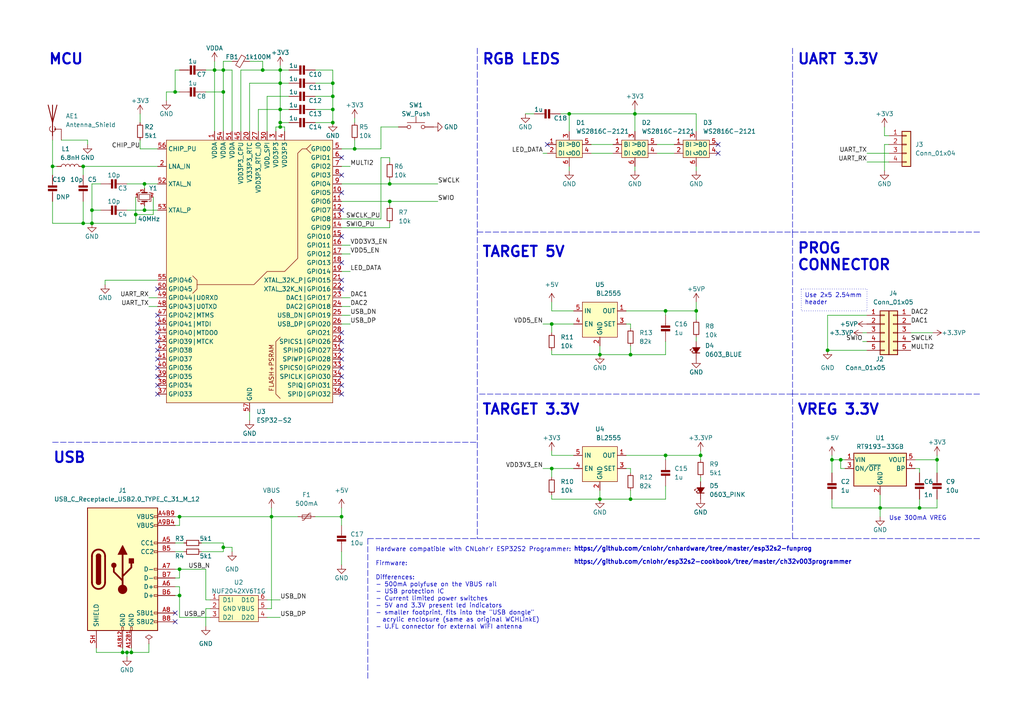
<source format=kicad_sch>
(kicad_sch (version 20230121) (generator eeschema)
  (paper "A4")
  (title_block (title "ESP32-S2 Minichprog") (date "2023-06-26") (rev "B") (company "Piotr Zapart www.hexefx.com") (comment 1 "Programmer for CH32V003 series MCU"))
  (junction (at 52.07 165.1))
  (junction (at 78.74 149.86))
  (junction (at 39.37 62.23))
  (junction (at 165.1 33.02))
  (junction (at 41.91 60.96))
  (junction (at 240.03 101.6))
  (junction (at 81.28 35.56))
  (junction (at 26.67 64.77))
  (junction (at 35.56 189.23))
  (junction (at 64.77 20.32))
  (junction (at 99.06 149.86))
  (junction (at 64.77 26.67))
  (junction (at 52.07 172.72))
  (junction (at 271.78 133.35))
  (junction (at 15.24 48.26))
  (junction (at 193.04 90.17))
  (junction (at 160.02 93.98))
  (junction (at 24.13 48.26))
  (junction (at 81.28 20.32))
  (junction (at 241.3 133.35))
  (junction (at 182.88 102.87))
  (junction (at 182.88 144.78))
  (junction (at 81.28 24.13))
  (junction (at 50.8 26.67))
  (junction (at 38.1 189.23))
  (junction (at 96.52 27.94))
  (junction (at 76.2 20.32))
  (junction (at 184.15 33.02))
  (junction (at 52.07 149.86))
  (junction (at 113.03 53.34))
  (junction (at 243.84 133.35))
  (junction (at 24.13 64.77))
  (junction (at 41.91 53.34))
  (junction (at 160.02 135.89))
  (junction (at 113.03 58.42))
  (junction (at 81.28 36.83))
  (junction (at 102.87 43.18))
  (junction (at 96.52 35.56))
  (junction (at 173.99 102.87))
  (junction (at 201.93 90.17))
  (junction (at 26.67 60.96))
  (junction (at 96.52 31.75))
  (junction (at 81.28 31.75))
  (junction (at 173.99 144.78))
  (junction (at 255.27 147.32))
  (junction (at 193.04 132.08))
  (junction (at 62.23 20.32))
  (junction (at 36.83 189.23))
  (junction (at 64.77 158.75))
  (junction (at 96.52 24.13))
  (junction (at 203.2 132.08))
  (junction (at 266.7 147.32))
  (no_connect (at 99.06 76.2))
  (no_connect (at 99.06 111.76))
  (no_connect (at 45.72 114.3))
  (no_connect (at 208.28 41.91))
  (no_connect (at 99.06 104.14))
  (no_connect (at 45.72 91.44))
  (no_connect (at 50.8 180.34))
  (no_connect (at 158.75 41.91))
  (no_connect (at 45.72 101.6))
  (no_connect (at 99.06 81.28))
  (no_connect (at 45.72 99.06))
  (no_connect (at 208.28 44.45))
  (no_connect (at 99.06 50.8))
  (no_connect (at 99.06 96.52))
  (no_connect (at 45.72 104.14))
  (no_connect (at 45.72 83.82))
  (no_connect (at 45.72 106.68))
  (no_connect (at 99.06 68.58))
  (no_connect (at 99.06 55.88))
  (no_connect (at 99.06 99.06))
  (no_connect (at 45.72 111.76))
  (no_connect (at 99.06 106.68))
  (no_connect (at 99.06 60.96))
  (no_connect (at 99.06 114.3))
  (no_connect (at 99.06 101.6))
  (no_connect (at 45.72 109.22))
  (no_connect (at 45.72 93.98))
  (no_connect (at 50.8 177.8))
  (no_connect (at 99.06 109.22))
  (no_connect (at 99.06 83.82))
  (no_connect (at 99.06 45.72))
  (no_connect (at 45.72 96.52))
  (wire (pts (xy 44.45 62.23) (xy 39.37 62.23)))
  (wire (pts (xy 203.2 138.43) (xy 203.2 139.7)))
  (wire (pts (xy 83.82 31.75) (xy 81.28 31.75)))
  (wire (pts (xy 203.2 132.08) (xy 203.2 130.81)))
  (wire (pts (xy 171.45 44.45) (xy 177.8 44.45)))
  (wire (pts (xy 81.28 31.75) (xy 81.28 35.56)))
  (wire (pts (xy 76.2 17.78) (xy 76.2 20.32)))
  (wire (pts (xy 38.1 189.23) (xy 38.1 187.96)))
  (wire (pts (xy 152.4 33.02) (xy 154.94 33.02)))
  (polyline (pts (xy 229.87 67.31) (xy 284.48 67.31)) (stroke (width 0) (type dash)))
  (wire (pts (xy 81.28 20.32) (xy 81.28 24.13)))
  (wire (pts (xy 69.85 38.1) (xy 69.85 20.32)))
  (wire (pts (xy 203.2 132.08) (xy 203.2 133.35)))
  (wire (pts (xy 241.3 133.35) (xy 241.3 137.16)))
  (wire (pts (xy 52.07 152.4) (xy 52.07 149.86)))
  (wire (pts (xy 91.44 27.94) (xy 96.52 27.94)))
  (wire (pts (xy 245.11 135.89) (xy 243.84 135.89)))
  (wire (pts (xy 52.07 167.64) (xy 52.07 165.1)))
  (wire (pts (xy 62.23 17.78) (xy 62.23 20.32)))
  (wire (pts (xy 157.48 44.45) (xy 158.75 44.45)))
  (wire (pts (xy 16.51 48.26) (xy 15.24 48.26)))
  (wire (pts (xy 80.01 38.1) (xy 80.01 36.83)))
  (wire (pts (xy 52.07 149.86) (xy 50.8 149.86)))
  (wire (pts (xy 99.06 63.5) (xy 110.49 63.5)))
  (wire (pts (xy 157.48 93.98) (xy 160.02 93.98)))
  (wire (pts (xy 24.13 58.42) (xy 24.13 64.77)))
  (wire (pts (xy 270.51 96.52) (xy 264.16 96.52)))
  (wire (pts (xy 77.47 38.1) (xy 77.47 27.94)))
  (wire (pts (xy 160.02 87.63) (xy 160.02 90.17)))
  (wire (pts (xy 91.44 35.56) (xy 96.52 35.56)))
  (wire (pts (xy 50.8 160.02) (xy 53.34 160.02)))
  (wire (pts (xy 50.8 26.67) (xy 52.07 26.67)))
  (wire (pts (xy 166.37 90.17) (xy 160.02 90.17)))
  (wire (pts (xy 113.03 45.72) (xy 113.03 46.99)))
  (wire (pts (xy 110.49 45.72) (xy 113.03 45.72)))
  (wire (pts (xy 102.87 43.18) (xy 102.87 40.64)))
  (wire (pts (xy 43.18 88.9) (xy 45.72 88.9)))
  (wire (pts (xy 173.99 102.87) (xy 182.88 102.87)))
  (wire (pts (xy 251.46 46.99) (xy 257.81 46.99)))
  (wire (pts (xy 36.83 189.23) (xy 35.56 189.23)))
  (wire (pts (xy 243.84 133.35) (xy 245.11 133.35)))
  (wire (pts (xy 50.8 167.64) (xy 52.07 167.64)))
  (wire (pts (xy 165.1 33.02) (xy 184.15 33.02)))
  (wire (pts (xy 182.88 93.98) (xy 182.88 95.25)))
  (wire (pts (xy 240.03 101.6) (xy 251.46 101.6)))
  (wire (pts (xy 99.06 88.9) (xy 101.6 88.9)))
  (wire (pts (xy 165.1 38.1) (xy 165.1 33.02)))
  (wire (pts (xy 240.03 91.44) (xy 251.46 91.44)))
  (wire (pts (xy 182.88 102.87) (xy 182.88 100.33)))
  (wire (pts (xy 81.28 20.32) (xy 83.82 20.32)))
  (wire (pts (xy 82.55 36.83) (xy 82.55 38.1)))
  (wire (pts (xy 40.64 33.02) (xy 40.64 35.56)))
  (wire (pts (xy 193.04 132.08) (xy 193.04 133.35)))
  (wire (pts (xy 165.1 48.26) (xy 165.1 49.53)))
  (wire (pts (xy 110.49 36.83) (xy 115.57 36.83)))
  (wire (pts (xy 91.44 20.32) (xy 96.52 20.32)))
  (polyline (pts (xy 138.43 156.21) (xy 229.87 156.21)) (stroke (width 0) (type dash)))
  (wire (pts (xy 271.78 132.08) (xy 271.78 133.35)))
  (wire (pts (xy 39.37 62.23) (xy 39.37 57.15)))
  (wire (pts (xy 45.72 53.34) (xy 41.91 53.34)))
  (wire (pts (xy 81.28 35.56) (xy 81.28 36.83)))
  (wire (pts (xy 99.06 43.18) (xy 102.87 43.18)))
  (wire (pts (xy 96.52 31.75) (xy 91.44 31.75)))
  (wire (pts (xy 266.7 144.78) (xy 266.7 147.32)))
  (wire (pts (xy 45.72 60.96) (xy 41.91 60.96)))
  (wire (pts (xy 113.03 66.04) (xy 113.03 64.77)))
  (wire (pts (xy 241.3 144.78) (xy 241.3 147.32)))
  (wire (pts (xy 193.04 144.78) (xy 193.04 140.97)))
  (wire (pts (xy 250.19 99.06) (xy 251.46 99.06)))
  (polyline (pts (xy 229.87 114.3) (xy 138.43 114.3)) (stroke (width 0) (type dash)))
  (wire (pts (xy 96.52 24.13) (xy 96.52 27.94)))
  (wire (pts (xy 99.06 147.32) (xy 99.06 149.86)))
  (wire (pts (xy 166.37 135.89) (xy 160.02 135.89)))
  (wire (pts (xy 64.77 20.32) (xy 64.77 26.67)))
  (wire (pts (xy 182.88 144.78) (xy 182.88 142.24)))
  (wire (pts (xy 60.96 173.99) (xy 59.69 173.99)))
  (wire (pts (xy 193.04 90.17) (xy 193.04 91.44)))
  (wire (pts (xy 99.06 58.42) (xy 113.03 58.42)))
  (polyline (pts (xy 138.43 67.31) (xy 229.87 67.31)) (stroke (width 0) (type dash)))
  (wire (pts (xy 173.99 144.78) (xy 160.02 144.78)))
  (wire (pts (xy 27.94 187.96) (xy 27.94 189.23)))
  (wire (pts (xy 62.23 20.32) (xy 62.23 38.1)))
  (wire (pts (xy 113.03 58.42) (xy 127 58.42)))
  (wire (pts (xy 41.91 53.34) (xy 41.91 54.61)))
  (wire (pts (xy 26.67 64.77) (xy 24.13 64.77)))
  (wire (pts (xy 35.56 189.23) (xy 35.56 187.96)))
  (wire (pts (xy 50.8 26.67) (xy 50.8 20.32)))
  (wire (pts (xy 15.24 48.26) (xy 15.24 50.8)))
  (wire (pts (xy 52.07 165.1) (xy 50.8 165.1)))
  (wire (pts (xy 64.77 20.32) (xy 62.23 20.32)))
  (wire (pts (xy 69.85 20.32) (xy 76.2 20.32)))
  (wire (pts (xy 241.3 147.32) (xy 255.27 147.32)))
  (wire (pts (xy 255.27 147.32) (xy 255.27 149.86)))
  (wire (pts (xy 201.93 90.17) (xy 201.93 92.71)))
  (wire (pts (xy 201.93 90.17) (xy 201.93 87.63)))
  (wire (pts (xy 81.28 19.05) (xy 81.28 20.32)))
  (wire (pts (xy 74.93 31.75) (xy 74.93 38.1)))
  (wire (pts (xy 166.37 93.98) (xy 160.02 93.98)))
  (polyline (pts (xy 138.43 13.97) (xy 138.43 128.27)) (stroke (width 0) (type dash)))
  (wire (pts (xy 59.69 20.32) (xy 62.23 20.32)))
  (wire (pts (xy 240.03 101.6) (xy 240.03 91.44)))
  (wire (pts (xy 64.77 17.78) (xy 67.31 17.78)))
  (wire (pts (xy 64.77 157.48) (xy 58.42 157.48)))
  (wire (pts (xy 25.4 41.91) (xy 25.4 40.64)))
  (wire (pts (xy 77.47 173.99) (xy 81.28 173.99)))
  (wire (pts (xy 255.27 147.32) (xy 266.7 147.32)))
  (wire (pts (xy 52.07 179.07) (xy 60.96 179.07)))
  (polyline (pts (xy 138.43 128.27) (xy 138.43 156.21)) (stroke (width 0) (type dash)))
  (wire (pts (xy 38.1 189.23) (xy 43.18 189.23)))
  (wire (pts (xy 99.06 53.34) (xy 113.03 53.34)))
  (wire (pts (xy 99.06 86.36) (xy 101.6 86.36)))
  (wire (pts (xy 265.43 133.35) (xy 271.78 133.35)))
  (wire (pts (xy 190.5 41.91) (xy 195.58 41.91)))
  (wire (pts (xy 81.28 31.75) (xy 74.93 31.75)))
  (wire (pts (xy 50.8 152.4) (xy 52.07 152.4)))
  (polyline (pts (xy 229.87 114.3) (xy 284.48 114.3)) (stroke (width 0) (type dash)))
  (wire (pts (xy 24.13 48.26) (xy 24.13 50.8)))
  (wire (pts (xy 250.19 96.52) (xy 251.46 96.52)))
  (wire (pts (xy 265.43 135.89) (xy 266.7 135.89)))
  (wire (pts (xy 67.31 20.32) (xy 67.31 38.1)))
  (wire (pts (xy 182.88 144.78) (xy 193.04 144.78)))
  (wire (pts (xy 48.26 26.67) (xy 50.8 26.67)))
  (wire (pts (xy 160.02 135.89) (xy 160.02 138.43)))
  (wire (pts (xy 255.27 147.32) (xy 255.27 143.51)))
  (wire (pts (xy 91.44 24.13) (xy 96.52 24.13)))
  (wire (pts (xy 157.48 135.89) (xy 160.02 135.89)))
  (wire (pts (xy 78.74 149.86) (xy 86.36 149.86)))
  (polyline (pts (xy 106.68 156.21) (xy 106.68 196.85)) (stroke (width 0) (type dash)))
  (wire (pts (xy 24.13 64.77) (xy 15.24 64.77)))
  (wire (pts (xy 64.77 158.75) (xy 64.77 160.02)))
  (wire (pts (xy 81.28 36.83) (xy 82.55 36.83)))
  (polyline (pts (xy 229.87 156.21) (xy 229.87 114.3)) (stroke (width 0) (type dash)))
  (wire (pts (xy 48.26 29.21) (xy 48.26 26.67)))
  (wire (pts (xy 193.04 90.17) (xy 201.93 90.17)))
  (wire (pts (xy 80.01 36.83) (xy 81.28 36.83)))
  (wire (pts (xy 182.88 102.87) (xy 193.04 102.87)))
  (wire (pts (xy 50.8 157.48) (xy 53.34 157.48)))
  (wire (pts (xy 78.74 149.86) (xy 78.74 176.53)))
  (wire (pts (xy 36.83 60.96) (xy 41.91 60.96)))
  (wire (pts (xy 110.49 45.72) (xy 110.49 63.5)))
  (wire (pts (xy 59.69 173.99) (xy 59.69 165.1)))
  (wire (pts (xy 67.31 158.75) (xy 64.77 158.75)))
  (wire (pts (xy 36.83 189.23) (xy 36.83 190.5)))
  (wire (pts (xy 96.52 35.56) (xy 96.52 31.75)))
  (wire (pts (xy 41.91 60.96) (xy 41.91 59.69)))
  (wire (pts (xy 201.93 33.02) (xy 201.93 38.1)))
  (wire (pts (xy 81.28 24.13) (xy 83.82 24.13)))
  (wire (pts (xy 99.06 73.66) (xy 101.6 73.66)))
  (wire (pts (xy 35.56 189.23) (xy 27.94 189.23)))
  (polyline (pts (xy 229.87 13.97) (xy 229.87 67.31)) (stroke (width 0) (type dash)))
  (wire (pts (xy 113.03 52.07) (xy 113.03 53.34)))
  (polyline (pts (xy 15.24 128.27) (xy 138.43 128.27)) (stroke (width 0) (type dash)))
  (wire (pts (xy 193.04 132.08) (xy 203.2 132.08)))
  (wire (pts (xy 67.31 160.02) (xy 67.31 158.75)))
  (wire (pts (xy 45.72 81.28) (xy 30.48 81.28)))
  (wire (pts (xy 160.02 144.78) (xy 160.02 143.51)))
  (wire (pts (xy 99.06 149.86) (xy 99.06 152.4)))
  (wire (pts (xy 171.45 41.91) (xy 177.8 41.91)))
  (wire (pts (xy 160.02 132.08) (xy 166.37 132.08)))
  (wire (pts (xy 201.93 97.79) (xy 201.93 99.06)))
  (wire (pts (xy 99.06 160.02) (xy 99.06 163.83)))
  (wire (pts (xy 173.99 102.87) (xy 160.02 102.87)))
  (wire (pts (xy 29.21 60.96) (xy 26.67 60.96)))
  (wire (pts (xy 26.67 53.34) (xy 29.21 53.34)))
  (wire (pts (xy 113.03 53.34) (xy 127 53.34)))
  (wire (pts (xy 99.06 48.26) (xy 101.6 48.26)))
  (wire (pts (xy 271.78 133.35) (xy 271.78 137.16)))
  (wire (pts (xy 52.07 165.1) (xy 59.69 165.1)))
  (wire (pts (xy 67.31 20.32) (xy 64.77 20.32)))
  (wire (pts (xy 110.49 43.18) (xy 110.49 36.83)))
  (wire (pts (xy 24.13 48.26) (xy 45.72 48.26)))
  (wire (pts (xy 26.67 60.96) (xy 26.67 53.34)))
  (wire (pts (xy 243.84 135.89) (xy 243.84 133.35)))
  (wire (pts (xy 44.45 57.15) (xy 44.45 62.23)))
  (wire (pts (xy 160.02 93.98) (xy 160.02 96.52)))
  (wire (pts (xy 72.39 119.38) (xy 72.39 121.92)))
  (wire (pts (xy 25.4 40.64) (xy 17.78 40.64)))
  (wire (pts (xy 201.93 48.26) (xy 201.93 49.53)))
  (wire (pts (xy 72.39 24.13) (xy 81.28 24.13)))
  (wire (pts (xy 184.15 33.02) (xy 184.15 38.1)))
  (wire (pts (xy 99.06 78.74) (xy 101.6 78.74)))
  (wire (pts (xy 26.67 64.77) (xy 26.67 60.96)))
  (wire (pts (xy 266.7 135.89) (xy 266.7 137.16)))
  (wire (pts (xy 77.47 27.94) (xy 83.82 27.94)))
  (wire (pts (xy 77.47 179.07) (xy 81.28 179.07)))
  (wire (pts (xy 72.39 17.78) (xy 76.2 17.78)))
  (wire (pts (xy 58.42 160.02) (xy 64.77 160.02)))
  (wire (pts (xy 64.77 20.32) (xy 64.77 17.78)))
  (wire (pts (xy 36.83 53.34) (xy 41.91 53.34)))
  (wire (pts (xy 45.72 43.18) (xy 40.64 43.18)))
  (wire (pts (xy 36.83 189.23) (xy 38.1 189.23)))
  (polyline (pts (xy 229.87 67.31) (xy 229.87 114.3)) (stroke (width 0) (type dash)))
  (wire (pts (xy 184.15 33.02) (xy 201.93 33.02)))
  (wire (pts (xy 184.15 31.75) (xy 184.15 33.02)))
  (wire (pts (xy 59.69 26.67) (xy 64.77 26.67)))
  (wire (pts (xy 81.28 24.13) (xy 81.28 31.75)))
  (wire (pts (xy 50.8 20.32) (xy 52.07 20.32)))
  (wire (pts (xy 15.24 48.26) (xy 15.24 40.64)))
  (wire (pts (xy 184.15 48.26) (xy 184.15 49.53)))
  (wire (pts (xy 162.56 33.02) (xy 165.1 33.02)))
  (wire (pts (xy 64.77 157.48) (xy 64.77 158.75)))
  (wire (pts (xy 52.07 172.72) (xy 52.07 170.18)))
  (wire (pts (xy 43.18 86.36) (xy 45.72 86.36)))
  (wire (pts (xy 15.24 64.77) (xy 15.24 58.42)))
  (wire (pts (xy 78.74 176.53) (xy 77.47 176.53)))
  (wire (pts (xy 91.44 149.86) (xy 99.06 149.86)))
  (wire (pts (xy 43.18 189.23) (xy 43.18 186.69)))
  (wire (pts (xy 59.69 181.61) (xy 59.69 176.53)))
  (wire (pts (xy 76.2 20.32) (xy 81.28 20.32)))
  (wire (pts (xy 102.87 43.18) (xy 110.49 43.18)))
  (wire (pts (xy 243.84 133.35) (xy 241.3 133.35)))
  (wire (pts (xy 52.07 179.07) (xy 52.07 172.72)))
  (wire (pts (xy 52.07 149.86) (xy 78.74 149.86)))
  (wire (pts (xy 39.37 62.23) (xy 39.37 64.77)))
  (wire (pts (xy 241.3 132.08) (xy 241.3 133.35)))
  (wire (pts (xy 256.54 41.91) (xy 257.81 41.91)))
  (wire (pts (xy 96.52 27.94) (xy 96.52 31.75)))
  (wire (pts (xy 50.8 172.72) (xy 52.07 172.72)))
  (wire (pts (xy 181.61 93.98) (xy 182.88 93.98)))
  (wire (pts (xy 181.61 90.17) (xy 193.04 90.17)))
  (wire (pts (xy 181.61 135.89) (xy 182.88 135.89)))
  (wire (pts (xy 160.02 130.81) (xy 160.02 132.08)))
  (wire (pts (xy 160.02 102.87) (xy 160.02 101.6)))
  (wire (pts (xy 83.82 35.56) (xy 81.28 35.56)))
  (wire (pts (xy 30.48 81.28) (xy 30.48 82.55)))
  (wire (pts (xy 251.46 44.45) (xy 257.81 44.45)))
  (wire (pts (xy 102.87 34.29) (xy 102.87 35.56)))
  (polyline (pts (xy 229.87 156.21) (xy 284.48 156.21)) (stroke (width 0) (type dash)))
  (wire (pts (xy 64.77 26.67) (xy 64.77 38.1)))
  (wire (pts (xy 96.52 20.32) (xy 96.52 24.13)))
  (wire (pts (xy 40.64 43.18) (xy 40.64 40.64)))
  (wire (pts (xy 99.06 93.98) (xy 101.6 93.98)))
  (wire (pts (xy 173.99 142.24) (xy 173.99 144.78)))
  (wire (pts (xy 190.5 44.45) (xy 195.58 44.45)))
  (wire (pts (xy 59.69 176.53) (xy 60.96 176.53)))
  (wire (pts (xy 257.81 39.37) (xy 256.54 39.37)))
  (wire (pts (xy 182.88 135.89) (xy 182.88 137.16)))
  (wire (pts (xy 173.99 100.33) (xy 173.99 102.87)))
  (wire (pts (xy 193.04 102.87) (xy 193.04 99.06)))
  (wire (pts (xy 72.39 38.1) (xy 72.39 24.13)))
  (wire (pts (xy 256.54 36.83) (xy 256.54 39.37)))
  (wire (pts (xy 256.54 49.53) (xy 256.54 41.91)))
  (wire (pts (xy 173.99 144.78) (xy 182.88 144.78)))
  (wire (pts (xy 181.61 132.08) (xy 193.04 132.08)))
  (wire (pts (xy 99.06 66.04) (xy 113.03 66.04)))
  (wire (pts (xy 99.06 91.44) (xy 101.6 91.44)))
  (wire (pts (xy 52.07 170.18) (xy 50.8 170.18)))
  (polyline (pts (xy 106.68 156.21) (xy 138.43 156.21)) (stroke (width 0) (type dash)))
  (wire (pts (xy 78.74 147.32) (xy 78.74 149.86)))
  (wire (pts (xy 99.06 71.12) (xy 101.6 71.12)))
  (wire (pts (xy 266.7 147.32) (xy 271.78 147.32)))
  (wire (pts (xy 39.37 64.77) (xy 26.67 64.77)))
  (wire (pts (xy 113.03 58.42) (xy 113.03 59.69)))
  (wire (pts (xy 271.78 147.32) (xy 271.78 144.78)))
  (text_box "Hardware compatible with CNLohr'r ESP32S2 Programmer:\n\nFirmware:\n\nDifferences:\n- 500mA polyfuse on the VBUS rail\n- USB protection IC\n- Current limited power switches\n- 5V and 3.3V present led indicators\n- smaller footprint, fits into the \"USB dongle\" \n  acrylic enclosure (same as original WCHLinkE)\n- U.FL connector for external WiFI antenna\n" (at 107.95 157.48 0) (size 67.31 39.37) (stroke (width -0.0001)) (effects (font (size 1.27 1.27)) (justify left top)))
  (text_box "Use 2x5 2.54mm header" (at 232.41 83.82 0) (size 19.05 6.35) (stroke (width 0) (type dot)) (effects (font (size 1.27 1.27)) (justify left top)))
  (text "PROG\nCONNECTOR" (at 231.14 78.74 0) (effects (font (size 3 3) (thickness 0.6) bold) (justify left bottom)))
  (text "TARGET 3.3V" (at 139.7 120.65 0) (effects (font (size 3 3) (thickness 0.6) bold) (justify left bottom)))
  (text "https://github.com/cnlohr/cnhardware/tree/master/esp32s2-funprog" (at 166.37 160.02 0) (effects (font (size 1.27 1.27) (thickness 0.254) bold) (justify left bottom)))
  (text "Use 300mA VREG" (at 257.81 151.13 0) (effects (font (size 1.27 1.27)) (justify left bottom)))
  (text "RGB LEDS" (at 139.7 19.05 0) (effects (font (size 3 3) (thickness 0.6) bold) (justify left bottom)))
  (text "TARGET 5V" (at 139.7 74.93 0) (effects (font (size 3 3) (thickness 0.6) bold) (justify left bottom)))
  (text "USB" (at 15.24 134.62 0) (effects (font (size 3 3) (thickness 0.6) bold) (justify left bottom)))
  (text "MCU" (at 13.97 19.05 0) (effects (font (size 3 3) (thickness 0.6) bold) (justify left bottom)))
  (text "https://github.com/cnlohr/esp32s2-cookbook/tree/master/ch32v003programmer" (at 166.37 163.83 0) (effects (font (size 1.27 1.27) (thickness 0.254) bold) (justify left bottom)))
  (text "VREG 3.3V" (at 231.14 120.65 0) (effects (font (size 3 3) (thickness 0.6) bold) (justify left bottom)))
  (text "UART 3.3V" (at 231.14 19.05 0) (effects (font (size 3 3) (thickness 0.6) bold) (justify left bottom)))
  (label "SWCLK" (at 264.16 99.06 0))
  (label "LED_DATA" (at 157.48 44.45 180))
  (label "DAC2" (at 101.6 88.9 0))
  (label "USB_DN" (at 101.6 91.44 0))
  (label "USB_DP" (at 101.6 93.98 0))
  (label "USB_DN" (at 81.28 173.99 0))
  (label "DAC1" (at 101.6 86.36 0))
  (label "SWCLK_PU" (at 100.33 63.5 0))
  (label "USB_N" (at 54.61 165.1 0))
  (label "SWCLK" (at 127 53.34 0))
  (label "UART_RX" (at 43.18 86.36 180))
  (label "USB_DP" (at 81.28 179.07 0))
  (label "VDD5_EN" (at 157.48 93.98 180))
  (label "DAC1" (at 264.16 93.98 0))
  (label "UART_RX" (at 251.46 46.99 180))
  (label "SWIO" (at 127 58.42 0))
  (label "VDD3V3_EN" (at 101.6 71.12 0))
  (label "SWIO_PU" (at 100.33 66.04 0))
  (label "UART_TX" (at 251.46 44.45 180))
  (label "VDD3V3_EN" (at 157.48 135.89 180))
  (label "VDD5_EN" (at 101.6 73.66 0))
  (label "LED_DATA" (at 101.6 78.74 0))
  (label "UART_TX" (at 43.18 88.9 180))
  (label "SWIO" (at 250.19 99.06 180))
  (label "DAC2" (at 264.16 91.44 0))
  (label "CHIP_PU" (at 40.64 43.18 180))
  (label "MULTI2" (at 264.16 101.6 0))
  (label "MULTI2" (at 101.6 48.26 0))
  (label "USB_P" (at 53.34 179.07 0))
  (symbol (lib_id "Minichprog:Conn_01x05") (at 256.54 96.52 0) (unit 1)
    (property "Reference" "J2" (at 254 104.14 0) (effects (justify left)))
    (property "Value" "Conn_01x05" (at 245.11 106.68 0) (effects (justify left)))
    (property "Footprint" "H_pin_headers:PinHeader_1x05_P2.54mm_SMDpads" (effects hide))
  )
  (symbol (lib_id "power:+5V") (at 241.3 132.08 0) (unit 1)
    (property "Reference" "#PWR01" (effects hide))
    (property "Value" "+5V" (at 241.3 127 0))
  )
  (symbol (lib_id "Minichprog:R_Small") (at 40.64 38.1 180) (unit 1)
    (property "Reference" "R2" (at 41.91 36.83 0) (effects (justify right)))
    (property "Value" "5k1" (at 41.91 39.37 0) (effects (justify right)))
    (property "Footprint" "H_smd_passives:Hx_R_0603_1608Metric" (effects hide))
  )
  (symbol (lib_id "Minichprog:L") (at 20.32 48.26 90) (unit 1)
    (property "Reference" "L1" (at 19.05 43.18 90))
    (property "Value" "6.8nH" (at 20.32 45.72 90))
    (property "Footprint" "Inductor_SMD:L_0402_1005Metric" (effects hide))
    (property "LCSC" "C77110" (effects hide))
  )
  (symbol (lib_id "Minichprog:R_Small") (at 203.2 135.89 0) (unit 1)
    (property "Reference" "R9" (at 205.74 134.62 0) (effects (justify left)))
    (property "Value" "5k1" (at 205.74 137.16 0) (effects (justify left)))
    (property "Footprint" "H_smd_passives:Hx_R_0603_1608Metric" (effects hide))
  )
  (symbol (lib_id "Minichprog:R_Small") (at 113.03 49.53 180) (unit 1)
    (property "Reference" "R6" (at 114.3 48.26 0) (effects (justify right)))
    (property "Value" "10k" (at 114.3 50.8 0) (effects (justify right)))
    (property "Footprint" "H_smd_passives:Hx_R_0603_1608Metric" (effects hide))
  )
  (symbol (lib_id "Minichprog:R_Small") (at 160.02 99.06 0) (unit 1)
    (property "Reference" "R11" (at 162.56 97.79 0) (effects (justify left)))
    (property "Value" "10k" (at 162.56 100.33 0) (effects (justify left)))
    (property "Footprint" "H_smd_passives:Hx_R_0603_1608Metric" (effects hide))
  )
  (symbol (lib_id "power:GND") (at 256.54 49.53 0) (unit 1)
    (property "Reference" "#PWR032" (effects hide))
    (property "Value" "GND" (at 256.54 53.34 0))
  )
  (symbol (lib_id "Minichprog:CAP_NP") (at 15.24 54.61 0) (unit 1)
    (property "Reference" "C19" (at 19.05 52.07 0) (effects (justify right)))
    (property "Value" "DNP" (at 20.32 57.15 0) (effects (justify right)))
    (property "Footprint" "H_smd_passives:Hx_C_0402_1005Metric" (effects hide))
  )
  (symbol (lib_name "BL2555_1") (lib_id "Minichprog:BL2555_1") (at 173.99 133.35 0) (unit 1)
    (property "Reference" "U4" (at 173.99 124.46 0))
    (property "Value" "BL2555" (at 176.53 127 0))
    (property "Footprint" "H_SOT:SOT-23-5" (effects hide))
    (property "Datasheet" "https://datasheet.lcsc.com/lcsc/2202131930_BL-Shanghai-Belling-BL2555_C2838883.pdf" (effects hide))
    (property "LCSC" "C2838883" (effects hide))
  )
  (symbol (lib_id "power:GND") (at 173.99 144.78 0) (unit 1)
    (property "Reference" "#PWR028" (effects hide))
    (property "Value" "GND" (at 173.99 148.59 0))
  )
  (symbol (lib_id "power:+3V3") (at 271.78 132.08 0) (unit 1)
    (property "Reference" "#PWR039" (effects hide))
    (property "Value" "+3V3" (at 271.78 128.27 0))
  )
  (symbol (lib_id "power:GND") (at 36.83 190.5 0) (unit 1)
    (property "Reference" "#PWR04" (effects hide))
    (property "Value" "GND" (at 36.83 194.31 0))
  )
  (symbol (lib_id "Minichprog:CAP_NP") (at 87.63 24.13 270) (unit 1)
    (property "Reference" "C11" (at 91.44 25.4 90))
    (property "Value" "1u" (at 85.09 22.86 90))
    (property "Footprint" "H_smd_passives:Hx_C_0402_1005Metric" (effects hide))
  )
  (symbol (lib_id "Minichprog:CAP_NP") (at 271.78 140.97 180) (unit 1)
    (property "Reference" "C9" (at 274.32 139.6999 0) (effects (justify right)))
    (property "Value" "10u" (at 274.32 142.2399 0) (effects (justify right)))
    (property "Footprint" "H_smd_passives:Hx_C_0805_2012Metric" (effects hide))
  )
  (symbol (lib_id "Minichprog:CAP_NP") (at 266.7 140.97 180) (unit 1)
    (property "Reference" "C6" (at 267.97 139.7 0) (effects (justify right)))
    (property "Value" "1n" (at 267.97 143.51 0) (effects (justify right)))
    (property "Footprint" "H_smd_passives:Hx_C_0805_2012Metric" (effects hide))
  )
  (symbol (lib_id "Minichprog:CAP_NP") (at 99.06 156.21 180) (unit 1)
    (property "Reference" "C17" (at 101.6 154.9399 0) (effects (justify right)))
    (property "Value" "10u" (at 101.6 157.4799 0) (effects (justify right)))
    (property "Footprint" "H_smd_passives:Hx_C_0805_2012Metric" (effects hide))
  )
  (symbol (lib_id "Minichprog:R_Small") (at 182.88 97.79 0) (unit 1)
    (property "Reference" "R13" (at 185.42 96.52 0) (effects (justify left)))
    (property "Value" "82k" (at 185.42 99.06 0) (effects (justify left)))
    (property "Footprint" "H_smd_passives:Hx_R_0603_1608Metric" (effects hide))
  )
  (symbol (lib_id "power:+5V") (at 99.06 147.32 0) (unit 1)
    (property "Reference" "#PWR037" (effects hide))
    (property "Value" "+5V" (at 99.06 142.24 0))
  )
  (symbol (lib_id "power:VBUS") (at 78.74 147.32 0) (unit 1)
    (property "Reference" "#PWR09" (effects hide))
    (property "Value" "VBUS" (at 78.74 142.24 0))
  )
  (symbol (lib_id "power:GND") (at 59.69 181.61 0) (unit 1)
    (property "Reference" "#PWR08" (effects hide))
    (property "Value" "GND" (at 59.69 186.69 0))
  )
  (symbol (lib_id "power:+3V3") (at 256.54 36.83 0) (unit 1)
    (property "Reference" "#PWR033" (effects hide))
    (property "Value" "+3V3" (at 256.54 33.02 0))
  )
  (symbol (lib_id "Minichprog:CAP_NP") (at 24.13 54.61 0) (unit 1)
    (property "Reference" "C5" (at 25.4 52.07 0) (effects (justify left)))
    (property "Value" "10p" (at 20.32 52.07 0) (effects (justify left)))
    (property "Footprint" "H_smd_passives:Hx_C_0402_1005Metric" (effects hide))
  )
  (symbol (lib_id "power:GND") (at 255.27 149.86 0) (unit 1)
    (property "Reference" "#PWR05" (effects hide))
    (property "Value" "GND" (at 255.27 153.67 0))
  )
  (symbol (lib_id "Minichprog:R_Small") (at 113.03 62.23 0) (unit 1)
    (property "Reference" "R7" (at 115.57 61.595 0) (effects (justify left)))
    (property "Value" "10k" (at 115.57 64.135 0) (effects (justify left)))
    (property "Footprint" "H_smd_passives:Hx_R_0603_1608Metric" (effects hide))
  )
  (symbol (lib_id "Minichprog:CAP_NP") (at 87.63 31.75 270) (unit 1)
    (property "Reference" "C13" (at 91.44 33.02 90))
    (property "Value" "1u" (at 85.09 30.48 90))
    (property "Footprint" "H_smd_passives:Hx_C_0402_1005Metric" (effects hide))
  )
  (symbol (lib_id "Minichprog:R_Small") (at 182.88 139.7 0) (unit 1)
    (property "Reference" "R12" (at 185.42 138.43 0) (effects (justify left)))
    (property "Value" "82k" (at 185.42 140.97 0) (effects (justify left)))
    (property "Footprint" "H_smd_passives:Hx_R_0603_1608Metric" (effects hide))
  )
  (symbol (lib_id "power:+3V3") (at 81.28 19.05 0) (unit 1)
    (property "Reference" "#PWR014" (effects hide))
    (property "Value" "+3V3" (at 81.28 15.24 0))
  )
  (symbol (lib_id "Minichprog:CAP_NP") (at 33.02 53.34 270) (unit 1)
    (property "Reference" "C3" (at 35.56 54.61 90))
    (property "Value" "10p" (at 33.02 50.8 90))
    (property "Footprint" "H_smd_passives:Hx_C_0402_1005Metric" (effects hide))
  )
  (symbol (lib_name "VDDA_1") (lib_id "power:VDDA") (at 62.23 17.78 0) (unit 1)
    (property "Reference" "#PWR012" (effects hide))
    (property "Value" "VDDA" (at 62.23 13.97 0))
  )
  (symbol (lib_id "Minichprog:WS2816C-2121") (at 184.15 44.45 0) (unit 1)
    (property "Reference" "D2" (at 186.1059 35.56 0) (effects (justify left)))
    (property "Value" "WS2816C-2121" (at 186.1059 38.1 0) (effects (justify left)))
    (property "Footprint" "H_LEDs:WS2816-2121" (effects hide))
    (property "LCSC" "C965561" (effects hide))
  )
  (symbol (lib_id "Minichprog:NUF2042XV6T1G") (at 68.58 176.53 0) (unit 1)
    (property "Reference" "U2" (at 69.215 168.91 0))
    (property "Value" "NUF2042XV6T1G" (at 69.215 171.45 0))
    (property "Footprint" "H_SOT:SOT-563" (effects hide))
    (property "Datasheet" "http://www.onsemi.com/pub/Collateral/NUF2030XV6-D.PDF" (effects hide))
  )
  (symbol (lib_id "power:GND") (at 30.48 82.55 0) (unit 1)
    (property "Reference" "#PWR03" (effects hide))
    (property "Value" "GND" (at 30.48 86.36 0))
  )
  (symbol (lib_id "power:GND") (at 201.93 104.14 0) (unit 1)
    (property "Reference" "#PWR026" (effects hide))
    (property "Value" "GND" (at 201.93 107.95 0))
  )
  (symbol (lib_id "power:+3.3VP") (at 270.51 96.52 270) (unit 1)
    (property "Reference" "#PWR025" (effects hide))
    (property "Value" "+3.3VP" (at 273.05 96.52 90) (effects (justify left)))
  )
  (symbol (lib_id "power:GND") (at 240.03 101.6 0) (unit 1)
    (property "Reference" "#PWR022" (effects hide))
    (property "Value" "GND" (at 240.03 106.68 0))
  )
  (symbol (lib_id "power:+5V") (at 160.02 87.63 0) (unit 1)
    (property "Reference" "#PWR034" (effects hide))
    (property "Value" "+5V" (at 160.02 82.55 0))
  )
  (symbol (lib_id "power:+3V3") (at 40.64 33.02 0) (unit 1)
    (property "Reference" "#PWR06" (effects hide))
    (property "Value" "+3V3" (at 40.64 29.21 0))
  )
  (symbol (lib_id "power:GND") (at 173.99 102.87 0) (unit 1)
    (property "Reference" "#PWR029" (effects hide))
    (property "Value" "GND" (at 173.99 106.68 0))
  )
  (symbol (lib_id "Minichprog:CAP_NP") (at 87.63 35.56 270) (unit 1)
    (property "Reference" "C14" (at 91.44 36.83 90))
    (property "Value" "1u" (at 85.09 34.29 90))
    (property "Footprint" "H_smd_passives:Hx_C_0402_1005Metric" (effects hide))
  )
  (symbol (lib_id "Minichprog:R_Small") (at 201.93 95.25 0) (unit 1)
    (property "Reference" "R8" (at 204.47 94.615 0) (effects (justify left)))
    (property "Value" "10k" (at 204.47 97.155 0) (effects (justify left)))
    (property "Footprint" "H_smd_passives:Hx_R_0603_1608Metric" (effects hide))
  )
  (symbol (lib_id "Minichprog:LED_Small_Filled") (at 201.93 101.6 90) (unit 1)
    (property "Reference" "D4" (at 204.47 100.2665 90) (effects (justify right)))
    (property "Value" "0603_BLUE" (at 204.47 102.8065 90) (effects (justify right)))
    (property "Footprint" "LED_SMD:LED_0603_1608Metric" (effects hide))
  )
  (symbol (lib_id "Minichprog:USB_C_Receptacle_USB2.0_TYPE_C_31_M_12") (at 35.56 165.1 0) (unit 1)
    (property "Reference" "J1" (at 35.56 142.24 0))
    (property "Value" "USB_C_Receptacle_USB2.0_TYPE_C_31_M_12" (at 36.83 144.78 0))
    (property "Footprint" "H_conn:USB_C_TYPE-C-31-M-12" (effects hide))
    (property "Datasheet" "https://datasheet.lcsc.com/lcsc/2108131730_Korean-Hroparts-Elec-TYPE-C-31-M-12_C165948.pdf" (effects hide))
    (property "LCSC" "C283540" (effects hide))
  )
  (symbol (lib_id "Minichprog:Antenna_Shield") (at 15.24 35.56 0) (unit 1)
    (property "Reference" "AE1" (at 19.05 33.655 0) (effects (justify left)))
    (property "Value" "Antenna_Shield" (at 19.05 36.195 0) (effects (justify left)))
    (property "Footprint" "Connector_Coaxial:U.FL_Hirose_U.FL-R-SMT-1_Vertical" (effects hide))
  )
  (symbol (lib_id "power:GND") (at 152.4 33.02 0) (unit 1)
    (property "Reference" "#PWR036" (effects hide))
    (property "Value" "GND" (at 152.4 36.83 0))
  )
  (symbol (lib_id "power:GND") (at 26.67 64.77 0) (unit 1)
    (property "Reference" "#PWR02" (effects hide))
    (property "Value" "GND" (at 26.67 68.58 0))
  )
  (symbol (lib_id "Minichprog:CAP_NP") (at 193.04 137.16 180) (unit 1)
    (property "Reference" "C15" (at 195.58 135.89 0) (effects (justify right)))
    (property "Value" "1u" (at 195.58 138.43 0) (effects (justify right)))
    (property "Footprint" "H_smd_passives:Hx_C_0402_1005Metric" (effects hide))
  )
  (symbol (lib_id "Minichprog:CAP_NP") (at 87.63 27.94 270) (unit 1)
    (property "Reference" "C12" (at 91.44 29.21 90))
    (property "Value" "1u" (at 85.09 26.67 90))
    (property "Footprint" "H_smd_passives:Hx_C_0402_1005Metric" (effects hide))
  )
  (symbol (lib_id "Minichprog:R_Small") (at 55.88 160.02 90) (unit 1)
    (property "Reference" "R4" (at 52.07 161.29 90))
    (property "Value" "5k1" (at 59.69 161.29 90))
    (property "Footprint" "H_smd_passives:Hx_R_0603_1608Metric" (effects hide))
  )
  (symbol (lib_id "Minichprog:CAP_NP") (at 241.3 140.97 180) (unit 1)
    (property "Reference" "C2" (at 243.84 139.6999 0) (effects (justify right)))
    (property "Value" "1u" (at 243.84 142.2399 0) (effects (justify right)))
    (property "Footprint" "H_smd_passives:Hx_C_0805_2012Metric" (effects hide))
  )
  (symbol (lib_id "Minichprog:LED_Small_Filled") (at 203.2 142.24 90) (unit 1)
    (property "Reference" "D5" (at 205.74 140.9065 90) (effects (justify right)))
    (property "Value" "0603_PINK" (at 205.74 143.4465 90) (effects (justify right)))
    (property "Footprint" "LED_SMD:LED_0603_1608Metric" (effects hide))
  )
  (symbol (lib_id "power:+3.3VP") (at 203.2 130.81 0) (unit 1)
    (property "Reference" "#PWR030" (effects hide))
    (property "Value" "+3.3VP" (at 203.2 127 0))
  )
  (symbol (lib_id "power:+3V3") (at 160.02 130.81 0) (unit 1)
    (property "Reference" "#PWR038" (effects hide))
    (property "Value" "+3V3" (at 160.02 127 0))
  )
  (symbol (lib_id "power:+3.3VP") (at 250.19 96.52 90) (unit 1)
    (property "Reference" "#PWR023" (effects hide))
    (property "Value" "+3.3VP" (at 247.65 96.52 90) (effects (justify left)))
  )
  (symbol (lib_id "Minichprog:Polyfuse_Small") (at 88.9 149.86 90) (unit 1)
    (property "Reference" "F1" (at 88.9 143.51 90))
    (property "Value" "500mA" (at 88.9 146.05 90))
    (property "Footprint" "Fuse:Fuse_1206_3216Metric" (effects hide))
  )
  (symbol (lib_id "power:GND") (at 99.06 163.83 0) (unit 1)
    (property "Reference" "#PWR035" (effects hide))
    (property "Value" "GND" (at 99.06 167.64 0))
  )
  (symbol (lib_id "power:GND") (at 125.73 36.83 90) (mirror x) (unit 1)
    (property "Reference" "#PWR017" (effects hide))
    (property "Value" "GND" (at 130.81 36.83 90))
  )
  (symbol (lib_id "Minichprog:CAP_NP") (at 87.63 20.32 270) (unit 1)
    (property "Reference" "C10" (at 91.44 21.59 90))
    (property "Value" "1u" (at 85.09 19.05 90))
    (property "Footprint" "H_smd_passives:Hx_C_0402_1005Metric" (effects hide))
  )
  (symbol (lib_id "Minichprog:CAP_NP") (at 193.04 95.25 180) (unit 1)
    (property "Reference" "C16" (at 195.58 93.98 0) (effects (justify right)))
    (property "Value" "1u" (at 195.58 96.52 0) (effects (justify right)))
    (property "Footprint" "H_smd_passives:Hx_C_0402_1005Metric" (effects hide))
  )
  (symbol (lib_id "Minichprog:WS2816C-2121") (at 201.93 44.45 0) (unit 1)
    (property "Reference" "D3" (at 203.8859 35.56 0) (effects (justify left)))
    (property "Value" "WS2816C-2121" (at 203.8859 38.1 0) (effects (justify left)))
    (property "Footprint" "H_LEDs:WS2816-2121" (effects hide))
    (property "LCSC" "C965561" (effects hide))
  )
  (symbol (lib_id "power:GND") (at 96.52 35.56 0) (unit 1)
    (property "Reference" "#PWR015" (effects hide))
    (property "Value" "GND" (at 96.52 39.37 0))
  )
  (symbol (lib_id "Minichprog:FerriteBead_Small") (at 69.85 17.78 90) (unit 1)
    (property "Reference" "FB1" (at 67.31 16.51 90))
    (property "Value" "1k100M" (at 74.93 16.51 90))
    (property "Footprint" "Inductor_SMD:L_0603_1608Metric" (effects hide))
  )
  (symbol (lib_name "BL2555_1") (lib_id "Minichprog:BL2555_1") (at 173.99 91.44 0) (unit 1)
    (property "Reference" "U5" (at 173.99 82.55 0))
    (property "Value" "BL2555" (at 176.53 85.09 0))
    (property "Footprint" "H_SOT:SOT-23-5" (effects hide))
    (property "Datasheet" "https://datasheet.lcsc.com/lcsc/2202131930_BL-Shanghai-Belling-BL2555_C2838883.pdf" (effects hide))
    (property "LCSC" "C2838883" (effects hide))
  )
  (symbol (lib_id "Minichprog:CAP_NP") (at 33.02 60.96 270) (unit 1)
    (property "Reference" "C4" (at 35.56 62.23 90))
    (property "Value" "10p" (at 33.02 58.42 90))
    (property "Footprint" "H_smd_passives:Hx_C_0402_1005Metric" (effects hide))
  )
  (symbol (lib_id "power:PWR_FLAG") (at 43.18 186.69 0) (unit 1)
    (property "Reference" "#FLG01" (effects hide))
    (property "Value" "PWR_FLAG" (effects hide))
  )
  (symbol (lib_id "Minichprog:WS2816C-2121") (at 165.1 44.45 0) (unit 1)
    (property "Reference" "D1" (at 167.0559 35.56 0) (effects (justify left)))
    (property "Value" "WS2816C-2121" (at 167.0559 38.1 0) (effects (justify left)))
    (property "Footprint" "H_LEDs:WS2816-2121" (effects hide))
    (property "LCSC" "C965561" (effects hide))
  )
  (symbol (lib_id "Minichprog:Conn_01x05") (at 259.08 96.52 0) (mirror y) (unit 1)
    (property "Reference" "J4" (at 259.08 85.09 0))
    (property "Value" "Conn_01x05" (at 259.08 87.63 0))
    (property "Footprint" "H_pin_headers:PinHeader_1x05_P2.54mm_SMDpads" (effects hide))
  )
  (symbol (lib_id "power:GND") (at 48.26 29.21 0) (unit 1)
    (property "Reference" "#PWR07" (effects hide))
    (property "Value" "GND" (at 48.26 33.02 0))
  )
  (symbol (lib_id "power:+3V3") (at 102.87 34.29 0) (unit 1)
    (property "Reference" "#PWR016" (effects hide))
    (property "Value" "+3V3" (at 102.87 30.48 0))
  )
  (symbol (lib_id "power:+5VP") (at 251.46 93.98 90) (unit 1)
    (property "Reference" "#PWR024" (effects hide))
    (property "Value" "+5VP" (at 248.92 93.98 90) (effects (justify left)))
  )
  (symbol (lib_id "Minichprog:Crystal_GND24_Small") (at 41.91 57.15 90) (unit 1)
    (property "Reference" "Y1" (at 44.45 54.61 90))
    (property "Value" "40MHz" (at 43.18 63.5 90))
    (property "Footprint" "Crystal:Crystal_SMD_2016-4Pin_2.0x1.6mm" (effects hide))
    (property "LCSC" "C648970" (effects hide))
  )
  (symbol (lib_id "Minichprog:CAP_NP") (at 55.88 20.32 270) (unit 1)
    (property "Reference" "C7" (at 58.42 21.59 90))
    (property "Value" "1u" (at 55.88 17.78 90))
    (property "Footprint" "H_smd_passives:Hx_C_0402_1005Metric" (effects hide))
  )
  (symbol (lib_id "Minichprog:LP2985-3.3") (at 255.27 135.89 0) (unit 1)
    (property "Reference" "U1" (at 255.27 127 0))
    (property "Value" "RT9193-33GB" (at 255.27 129.54 0))
    (property "Footprint" "Package_TO_SOT_SMD:SOT-23-5" (effects hide))
  )
  (symbol (lib_id "power:GND") (at 72.39 121.92 0) (unit 1)
    (property "Reference" "#PWR013" (effects hide))
    (property "Value" "GND" (at 72.39 125.73 0))
  )
  (symbol (lib_id "power:+3V3") (at 184.15 31.75 0) (unit 1)
    (property "Reference" "#PWR019" (effects hide))
    (property "Value" "+3V3" (at 184.15 27.94 0))
  )
  (symbol (lib_id "power:GND") (at 184.15 49.53 0) (unit 1)
    (property "Reference" "#PWR020" (effects hide))
    (property "Value" "GND" (at 184.15 53.34 0))
  )
  (symbol (lib_id "Minichprog:Conn_01x04") (at 262.89 41.91 0) (unit 1)
    (property "Reference" "J3" (at 265.43 41.91 0) (effects (justify left)))
    (property "Value" "Conn_01x04" (at 265.43 44.45 0) (effects (justify left)))
    (property "Footprint" "H_pin_headers:1x4_254_offset" (effects hide))
  )
  (symbol (lib_id "power:GND") (at 201.93 49.53 0) (unit 1)
    (property "Reference" "#PWR021" (effects hide))
    (property "Value" "GND" (at 201.93 53.34 0))
  )
  (symbol (lib_id "Minichprog:R_Small") (at 55.88 157.48 90) (unit 1)
    (property "Reference" "R3" (at 52.07 156.21 90))
    (property "Value" "5k1" (at 59.69 156.21 90))
    (property "Footprint" "H_smd_passives:Hx_R_0603_1608Metric" (effects hide))
  )
  (symbol (lib_id "Minichprog:SW_Push") (at 120.65 36.83 0) (unit 1)
    (property "Reference" "SW1" (at 120.65 30.48 0))
    (property "Value" "SW_Push" (at 120.65 33.02 0))
    (property "Footprint" "H_switches:SW_Push_1P1T_NO_CK_KMR2" (effects hide))
  )
  (symbol (lib_id "power:+5VP") (at 201.93 87.63 0) (unit 1)
    (property "Reference" "#PWR031" (effects hide))
    (property "Value" "+5VP" (at 201.93 83.82 0))
  )
  (symbol (lib_id "power:GND") (at 25.4 41.91 0) (unit 1)
    (property "Reference" "#PWR010" (effects hide))
    (property "Value" "GND" (at 25.4 45.72 0))
  )
  (symbol (lib_id "Minichprog:CAP_NP") (at 55.88 26.67 270) (unit 1)
    (property "Reference" "C8" (at 58.42 27.94 90))
    (property "Value" "1u" (at 55.88 24.13 90))
    (property "Footprint" "H_smd_passives:Hx_C_0402_1005Metric" (effects hide))
  )
  (symbol (lib_id "power:GND") (at 203.2 144.78 0) (unit 1)
    (property "Reference" "#PWR027" (effects hide))
    (property "Value" "GND" (at 203.2 148.59 0))
  )
  (symbol (lib_id "power:GND") (at 165.1 49.53 0) (unit 1)
    (property "Reference" "#PWR018" (effects hide))
    (property "Value" "GND" (at 165.1 53.34 0))
  )
  (symbol (lib_id "Minichprog:ESP32-S2") (at 72.39 74.93 0) (unit 1)
    (property "Reference" "U3" (at 74.3459 119.38 0) (effects (justify left)))
    (property "Value" "ESP32-S2" (at 74.3459 121.92 0) (effects (justify left)))
    (property "Footprint" "Package_DFN_QFN:QFN-56-1EP_7x7mm_P0.4mm_EP4x4mm" (effects hide))
    (property "Datasheet" "https://www.espressif.com/sites/default/files/documentation/esp32-s2_datasheet_en.pdf" (effects hide))
    (property "LCSC" "C2840995" (effects hide))
  )
  (symbol (lib_id "Minichprog:CAP_NP") (at 158.75 33.02 270) (unit 1)
    (property "Reference" "C18" (at 162.56 34.29 90))
    (property "Value" "1u" (at 156.21 31.75 90))
    (property "Footprint" "H_smd_passives:Hx_C_0402_1005Metric" (effects hide))
  )
  (symbol (lib_id "Minichprog:R_Small") (at 160.02 140.97 0) (unit 1)
    (property "Reference" "R10" (at 162.56 139.7 0) (effects (justify left)))
    (property "Value" "10k" (at 162.56 142.24 0) (effects (justify left)))
    (property "Footprint" "H_smd_passives:Hx_R_0603_1608Metric" (effects hide))
  )
  (symbol (lib_id "power:GND") (at 67.31 160.02 0) (unit 1)
    (property "Reference" "#PWR011" (effects hide))
    (property "Value" "GND" (at 67.31 165.1 0))
  )
  (symbol (lib_id "Minichprog:R_Small") (at 102.87 38.1 180) (unit 1)
    (property "Reference" "R5" (at 104.14 36.83 0) (effects (justify right)))
    (property "Value" "10k" (at 104.14 39.37 0) (effects (justify right)))
    (property "Footprint" "H_smd_passives:Hx_R_0603_1608Metric" (effects hide))
  )
)
</source>
